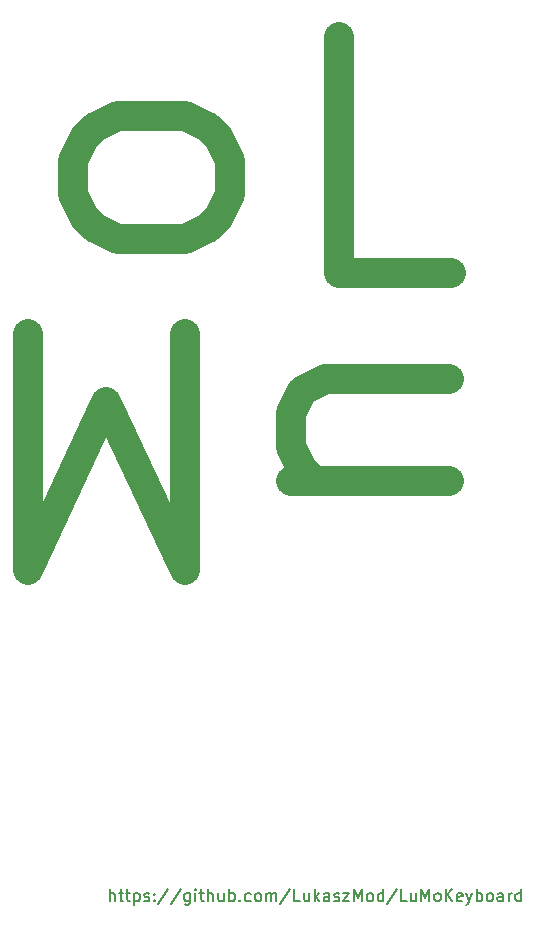
<source format=gbr>
%TF.GenerationSoftware,KiCad,Pcbnew,9.0.2+dfsg-1*%
%TF.CreationDate,2025-11-16T22:45:12+01:00*%
%TF.ProjectId,LuMo_bottom,4c754d6f-5f62-46f7-9474-6f6d2e6b6963,rev?*%
%TF.SameCoordinates,Original*%
%TF.FileFunction,Legend,Top*%
%TF.FilePolarity,Positive*%
%FSLAX46Y46*%
G04 Gerber Fmt 4.6, Leading zero omitted, Abs format (unit mm)*
G04 Created by KiCad (PCBNEW 9.0.2+dfsg-1) date 2025-11-16 22:45:12*
%MOMM*%
%LPD*%
G01*
G04 APERTURE LIST*
%ADD10C,2.500000*%
%ADD11C,0.150000*%
G04 APERTURE END LIST*
D10*
X107222380Y-80736216D02*
X106270000Y-82640978D01*
X106270000Y-82640978D02*
X105317619Y-83593359D01*
X105317619Y-83593359D02*
X103412857Y-84545740D01*
X103412857Y-84545740D02*
X97698571Y-84545740D01*
X97698571Y-84545740D02*
X95793809Y-83593359D01*
X95793809Y-83593359D02*
X94841428Y-82640978D01*
X94841428Y-82640978D02*
X93889047Y-80736216D01*
X93889047Y-80736216D02*
X93889047Y-77879073D01*
X93889047Y-77879073D02*
X94841428Y-75974311D01*
X94841428Y-75974311D02*
X95793809Y-75021930D01*
X95793809Y-75021930D02*
X97698571Y-74069549D01*
X97698571Y-74069549D02*
X103412857Y-74069549D01*
X103412857Y-74069549D02*
X105317619Y-75021930D01*
X105317619Y-75021930D02*
X106270000Y-75974311D01*
X106270000Y-75974311D02*
X107222380Y-77879073D01*
X107222380Y-77879073D02*
X107222380Y-80736216D01*
D11*
X97036779Y-140569819D02*
X97036779Y-139569819D01*
X97465350Y-140569819D02*
X97465350Y-140046009D01*
X97465350Y-140046009D02*
X97417731Y-139950771D01*
X97417731Y-139950771D02*
X97322493Y-139903152D01*
X97322493Y-139903152D02*
X97179636Y-139903152D01*
X97179636Y-139903152D02*
X97084398Y-139950771D01*
X97084398Y-139950771D02*
X97036779Y-139998390D01*
X97798684Y-139903152D02*
X98179636Y-139903152D01*
X97941541Y-139569819D02*
X97941541Y-140426961D01*
X97941541Y-140426961D02*
X97989160Y-140522200D01*
X97989160Y-140522200D02*
X98084398Y-140569819D01*
X98084398Y-140569819D02*
X98179636Y-140569819D01*
X98370113Y-139903152D02*
X98751065Y-139903152D01*
X98512970Y-139569819D02*
X98512970Y-140426961D01*
X98512970Y-140426961D02*
X98560589Y-140522200D01*
X98560589Y-140522200D02*
X98655827Y-140569819D01*
X98655827Y-140569819D02*
X98751065Y-140569819D01*
X99084399Y-139903152D02*
X99084399Y-140903152D01*
X99084399Y-139950771D02*
X99179637Y-139903152D01*
X99179637Y-139903152D02*
X99370113Y-139903152D01*
X99370113Y-139903152D02*
X99465351Y-139950771D01*
X99465351Y-139950771D02*
X99512970Y-139998390D01*
X99512970Y-139998390D02*
X99560589Y-140093628D01*
X99560589Y-140093628D02*
X99560589Y-140379342D01*
X99560589Y-140379342D02*
X99512970Y-140474580D01*
X99512970Y-140474580D02*
X99465351Y-140522200D01*
X99465351Y-140522200D02*
X99370113Y-140569819D01*
X99370113Y-140569819D02*
X99179637Y-140569819D01*
X99179637Y-140569819D02*
X99084399Y-140522200D01*
X99941542Y-140522200D02*
X100036780Y-140569819D01*
X100036780Y-140569819D02*
X100227256Y-140569819D01*
X100227256Y-140569819D02*
X100322494Y-140522200D01*
X100322494Y-140522200D02*
X100370113Y-140426961D01*
X100370113Y-140426961D02*
X100370113Y-140379342D01*
X100370113Y-140379342D02*
X100322494Y-140284104D01*
X100322494Y-140284104D02*
X100227256Y-140236485D01*
X100227256Y-140236485D02*
X100084399Y-140236485D01*
X100084399Y-140236485D02*
X99989161Y-140188866D01*
X99989161Y-140188866D02*
X99941542Y-140093628D01*
X99941542Y-140093628D02*
X99941542Y-140046009D01*
X99941542Y-140046009D02*
X99989161Y-139950771D01*
X99989161Y-139950771D02*
X100084399Y-139903152D01*
X100084399Y-139903152D02*
X100227256Y-139903152D01*
X100227256Y-139903152D02*
X100322494Y-139950771D01*
X100798685Y-140474580D02*
X100846304Y-140522200D01*
X100846304Y-140522200D02*
X100798685Y-140569819D01*
X100798685Y-140569819D02*
X100751066Y-140522200D01*
X100751066Y-140522200D02*
X100798685Y-140474580D01*
X100798685Y-140474580D02*
X100798685Y-140569819D01*
X100798685Y-139950771D02*
X100846304Y-139998390D01*
X100846304Y-139998390D02*
X100798685Y-140046009D01*
X100798685Y-140046009D02*
X100751066Y-139998390D01*
X100751066Y-139998390D02*
X100798685Y-139950771D01*
X100798685Y-139950771D02*
X100798685Y-140046009D01*
X101989160Y-139522200D02*
X101132018Y-140807914D01*
X103036779Y-139522200D02*
X102179637Y-140807914D01*
X103798684Y-139903152D02*
X103798684Y-140712676D01*
X103798684Y-140712676D02*
X103751065Y-140807914D01*
X103751065Y-140807914D02*
X103703446Y-140855533D01*
X103703446Y-140855533D02*
X103608208Y-140903152D01*
X103608208Y-140903152D02*
X103465351Y-140903152D01*
X103465351Y-140903152D02*
X103370113Y-140855533D01*
X103798684Y-140522200D02*
X103703446Y-140569819D01*
X103703446Y-140569819D02*
X103512970Y-140569819D01*
X103512970Y-140569819D02*
X103417732Y-140522200D01*
X103417732Y-140522200D02*
X103370113Y-140474580D01*
X103370113Y-140474580D02*
X103322494Y-140379342D01*
X103322494Y-140379342D02*
X103322494Y-140093628D01*
X103322494Y-140093628D02*
X103370113Y-139998390D01*
X103370113Y-139998390D02*
X103417732Y-139950771D01*
X103417732Y-139950771D02*
X103512970Y-139903152D01*
X103512970Y-139903152D02*
X103703446Y-139903152D01*
X103703446Y-139903152D02*
X103798684Y-139950771D01*
X104274875Y-140569819D02*
X104274875Y-139903152D01*
X104274875Y-139569819D02*
X104227256Y-139617438D01*
X104227256Y-139617438D02*
X104274875Y-139665057D01*
X104274875Y-139665057D02*
X104322494Y-139617438D01*
X104322494Y-139617438D02*
X104274875Y-139569819D01*
X104274875Y-139569819D02*
X104274875Y-139665057D01*
X104608208Y-139903152D02*
X104989160Y-139903152D01*
X104751065Y-139569819D02*
X104751065Y-140426961D01*
X104751065Y-140426961D02*
X104798684Y-140522200D01*
X104798684Y-140522200D02*
X104893922Y-140569819D01*
X104893922Y-140569819D02*
X104989160Y-140569819D01*
X105322494Y-140569819D02*
X105322494Y-139569819D01*
X105751065Y-140569819D02*
X105751065Y-140046009D01*
X105751065Y-140046009D02*
X105703446Y-139950771D01*
X105703446Y-139950771D02*
X105608208Y-139903152D01*
X105608208Y-139903152D02*
X105465351Y-139903152D01*
X105465351Y-139903152D02*
X105370113Y-139950771D01*
X105370113Y-139950771D02*
X105322494Y-139998390D01*
X106655827Y-139903152D02*
X106655827Y-140569819D01*
X106227256Y-139903152D02*
X106227256Y-140426961D01*
X106227256Y-140426961D02*
X106274875Y-140522200D01*
X106274875Y-140522200D02*
X106370113Y-140569819D01*
X106370113Y-140569819D02*
X106512970Y-140569819D01*
X106512970Y-140569819D02*
X106608208Y-140522200D01*
X106608208Y-140522200D02*
X106655827Y-140474580D01*
X107132018Y-140569819D02*
X107132018Y-139569819D01*
X107132018Y-139950771D02*
X107227256Y-139903152D01*
X107227256Y-139903152D02*
X107417732Y-139903152D01*
X107417732Y-139903152D02*
X107512970Y-139950771D01*
X107512970Y-139950771D02*
X107560589Y-139998390D01*
X107560589Y-139998390D02*
X107608208Y-140093628D01*
X107608208Y-140093628D02*
X107608208Y-140379342D01*
X107608208Y-140379342D02*
X107560589Y-140474580D01*
X107560589Y-140474580D02*
X107512970Y-140522200D01*
X107512970Y-140522200D02*
X107417732Y-140569819D01*
X107417732Y-140569819D02*
X107227256Y-140569819D01*
X107227256Y-140569819D02*
X107132018Y-140522200D01*
X108036780Y-140474580D02*
X108084399Y-140522200D01*
X108084399Y-140522200D02*
X108036780Y-140569819D01*
X108036780Y-140569819D02*
X107989161Y-140522200D01*
X107989161Y-140522200D02*
X108036780Y-140474580D01*
X108036780Y-140474580D02*
X108036780Y-140569819D01*
X108941541Y-140522200D02*
X108846303Y-140569819D01*
X108846303Y-140569819D02*
X108655827Y-140569819D01*
X108655827Y-140569819D02*
X108560589Y-140522200D01*
X108560589Y-140522200D02*
X108512970Y-140474580D01*
X108512970Y-140474580D02*
X108465351Y-140379342D01*
X108465351Y-140379342D02*
X108465351Y-140093628D01*
X108465351Y-140093628D02*
X108512970Y-139998390D01*
X108512970Y-139998390D02*
X108560589Y-139950771D01*
X108560589Y-139950771D02*
X108655827Y-139903152D01*
X108655827Y-139903152D02*
X108846303Y-139903152D01*
X108846303Y-139903152D02*
X108941541Y-139950771D01*
X109512970Y-140569819D02*
X109417732Y-140522200D01*
X109417732Y-140522200D02*
X109370113Y-140474580D01*
X109370113Y-140474580D02*
X109322494Y-140379342D01*
X109322494Y-140379342D02*
X109322494Y-140093628D01*
X109322494Y-140093628D02*
X109370113Y-139998390D01*
X109370113Y-139998390D02*
X109417732Y-139950771D01*
X109417732Y-139950771D02*
X109512970Y-139903152D01*
X109512970Y-139903152D02*
X109655827Y-139903152D01*
X109655827Y-139903152D02*
X109751065Y-139950771D01*
X109751065Y-139950771D02*
X109798684Y-139998390D01*
X109798684Y-139998390D02*
X109846303Y-140093628D01*
X109846303Y-140093628D02*
X109846303Y-140379342D01*
X109846303Y-140379342D02*
X109798684Y-140474580D01*
X109798684Y-140474580D02*
X109751065Y-140522200D01*
X109751065Y-140522200D02*
X109655827Y-140569819D01*
X109655827Y-140569819D02*
X109512970Y-140569819D01*
X110274875Y-140569819D02*
X110274875Y-139903152D01*
X110274875Y-139998390D02*
X110322494Y-139950771D01*
X110322494Y-139950771D02*
X110417732Y-139903152D01*
X110417732Y-139903152D02*
X110560589Y-139903152D01*
X110560589Y-139903152D02*
X110655827Y-139950771D01*
X110655827Y-139950771D02*
X110703446Y-140046009D01*
X110703446Y-140046009D02*
X110703446Y-140569819D01*
X110703446Y-140046009D02*
X110751065Y-139950771D01*
X110751065Y-139950771D02*
X110846303Y-139903152D01*
X110846303Y-139903152D02*
X110989160Y-139903152D01*
X110989160Y-139903152D02*
X111084399Y-139950771D01*
X111084399Y-139950771D02*
X111132018Y-140046009D01*
X111132018Y-140046009D02*
X111132018Y-140569819D01*
X112322493Y-139522200D02*
X111465351Y-140807914D01*
X113132017Y-140569819D02*
X112655827Y-140569819D01*
X112655827Y-140569819D02*
X112655827Y-139569819D01*
X113893922Y-139903152D02*
X113893922Y-140569819D01*
X113465351Y-139903152D02*
X113465351Y-140426961D01*
X113465351Y-140426961D02*
X113512970Y-140522200D01*
X113512970Y-140522200D02*
X113608208Y-140569819D01*
X113608208Y-140569819D02*
X113751065Y-140569819D01*
X113751065Y-140569819D02*
X113846303Y-140522200D01*
X113846303Y-140522200D02*
X113893922Y-140474580D01*
X114370113Y-140569819D02*
X114370113Y-139569819D01*
X114465351Y-140188866D02*
X114751065Y-140569819D01*
X114751065Y-139903152D02*
X114370113Y-140284104D01*
X115608208Y-140569819D02*
X115608208Y-140046009D01*
X115608208Y-140046009D02*
X115560589Y-139950771D01*
X115560589Y-139950771D02*
X115465351Y-139903152D01*
X115465351Y-139903152D02*
X115274875Y-139903152D01*
X115274875Y-139903152D02*
X115179637Y-139950771D01*
X115608208Y-140522200D02*
X115512970Y-140569819D01*
X115512970Y-140569819D02*
X115274875Y-140569819D01*
X115274875Y-140569819D02*
X115179637Y-140522200D01*
X115179637Y-140522200D02*
X115132018Y-140426961D01*
X115132018Y-140426961D02*
X115132018Y-140331723D01*
X115132018Y-140331723D02*
X115179637Y-140236485D01*
X115179637Y-140236485D02*
X115274875Y-140188866D01*
X115274875Y-140188866D02*
X115512970Y-140188866D01*
X115512970Y-140188866D02*
X115608208Y-140141247D01*
X116036780Y-140522200D02*
X116132018Y-140569819D01*
X116132018Y-140569819D02*
X116322494Y-140569819D01*
X116322494Y-140569819D02*
X116417732Y-140522200D01*
X116417732Y-140522200D02*
X116465351Y-140426961D01*
X116465351Y-140426961D02*
X116465351Y-140379342D01*
X116465351Y-140379342D02*
X116417732Y-140284104D01*
X116417732Y-140284104D02*
X116322494Y-140236485D01*
X116322494Y-140236485D02*
X116179637Y-140236485D01*
X116179637Y-140236485D02*
X116084399Y-140188866D01*
X116084399Y-140188866D02*
X116036780Y-140093628D01*
X116036780Y-140093628D02*
X116036780Y-140046009D01*
X116036780Y-140046009D02*
X116084399Y-139950771D01*
X116084399Y-139950771D02*
X116179637Y-139903152D01*
X116179637Y-139903152D02*
X116322494Y-139903152D01*
X116322494Y-139903152D02*
X116417732Y-139950771D01*
X116798685Y-139903152D02*
X117322494Y-139903152D01*
X117322494Y-139903152D02*
X116798685Y-140569819D01*
X116798685Y-140569819D02*
X117322494Y-140569819D01*
X117703447Y-140569819D02*
X117703447Y-139569819D01*
X117703447Y-139569819D02*
X118036780Y-140284104D01*
X118036780Y-140284104D02*
X118370113Y-139569819D01*
X118370113Y-139569819D02*
X118370113Y-140569819D01*
X118989161Y-140569819D02*
X118893923Y-140522200D01*
X118893923Y-140522200D02*
X118846304Y-140474580D01*
X118846304Y-140474580D02*
X118798685Y-140379342D01*
X118798685Y-140379342D02*
X118798685Y-140093628D01*
X118798685Y-140093628D02*
X118846304Y-139998390D01*
X118846304Y-139998390D02*
X118893923Y-139950771D01*
X118893923Y-139950771D02*
X118989161Y-139903152D01*
X118989161Y-139903152D02*
X119132018Y-139903152D01*
X119132018Y-139903152D02*
X119227256Y-139950771D01*
X119227256Y-139950771D02*
X119274875Y-139998390D01*
X119274875Y-139998390D02*
X119322494Y-140093628D01*
X119322494Y-140093628D02*
X119322494Y-140379342D01*
X119322494Y-140379342D02*
X119274875Y-140474580D01*
X119274875Y-140474580D02*
X119227256Y-140522200D01*
X119227256Y-140522200D02*
X119132018Y-140569819D01*
X119132018Y-140569819D02*
X118989161Y-140569819D01*
X120179637Y-140569819D02*
X120179637Y-139569819D01*
X120179637Y-140522200D02*
X120084399Y-140569819D01*
X120084399Y-140569819D02*
X119893923Y-140569819D01*
X119893923Y-140569819D02*
X119798685Y-140522200D01*
X119798685Y-140522200D02*
X119751066Y-140474580D01*
X119751066Y-140474580D02*
X119703447Y-140379342D01*
X119703447Y-140379342D02*
X119703447Y-140093628D01*
X119703447Y-140093628D02*
X119751066Y-139998390D01*
X119751066Y-139998390D02*
X119798685Y-139950771D01*
X119798685Y-139950771D02*
X119893923Y-139903152D01*
X119893923Y-139903152D02*
X120084399Y-139903152D01*
X120084399Y-139903152D02*
X120179637Y-139950771D01*
X121370113Y-139522200D02*
X120512971Y-140807914D01*
X122179637Y-140569819D02*
X121703447Y-140569819D01*
X121703447Y-140569819D02*
X121703447Y-139569819D01*
X122941542Y-139903152D02*
X122941542Y-140569819D01*
X122512971Y-139903152D02*
X122512971Y-140426961D01*
X122512971Y-140426961D02*
X122560590Y-140522200D01*
X122560590Y-140522200D02*
X122655828Y-140569819D01*
X122655828Y-140569819D02*
X122798685Y-140569819D01*
X122798685Y-140569819D02*
X122893923Y-140522200D01*
X122893923Y-140522200D02*
X122941542Y-140474580D01*
X123417733Y-140569819D02*
X123417733Y-139569819D01*
X123417733Y-139569819D02*
X123751066Y-140284104D01*
X123751066Y-140284104D02*
X124084399Y-139569819D01*
X124084399Y-139569819D02*
X124084399Y-140569819D01*
X124703447Y-140569819D02*
X124608209Y-140522200D01*
X124608209Y-140522200D02*
X124560590Y-140474580D01*
X124560590Y-140474580D02*
X124512971Y-140379342D01*
X124512971Y-140379342D02*
X124512971Y-140093628D01*
X124512971Y-140093628D02*
X124560590Y-139998390D01*
X124560590Y-139998390D02*
X124608209Y-139950771D01*
X124608209Y-139950771D02*
X124703447Y-139903152D01*
X124703447Y-139903152D02*
X124846304Y-139903152D01*
X124846304Y-139903152D02*
X124941542Y-139950771D01*
X124941542Y-139950771D02*
X124989161Y-139998390D01*
X124989161Y-139998390D02*
X125036780Y-140093628D01*
X125036780Y-140093628D02*
X125036780Y-140379342D01*
X125036780Y-140379342D02*
X124989161Y-140474580D01*
X124989161Y-140474580D02*
X124941542Y-140522200D01*
X124941542Y-140522200D02*
X124846304Y-140569819D01*
X124846304Y-140569819D02*
X124703447Y-140569819D01*
X125465352Y-140569819D02*
X125465352Y-139569819D01*
X126036780Y-140569819D02*
X125608209Y-139998390D01*
X126036780Y-139569819D02*
X125465352Y-140141247D01*
X126846304Y-140522200D02*
X126751066Y-140569819D01*
X126751066Y-140569819D02*
X126560590Y-140569819D01*
X126560590Y-140569819D02*
X126465352Y-140522200D01*
X126465352Y-140522200D02*
X126417733Y-140426961D01*
X126417733Y-140426961D02*
X126417733Y-140046009D01*
X126417733Y-140046009D02*
X126465352Y-139950771D01*
X126465352Y-139950771D02*
X126560590Y-139903152D01*
X126560590Y-139903152D02*
X126751066Y-139903152D01*
X126751066Y-139903152D02*
X126846304Y-139950771D01*
X126846304Y-139950771D02*
X126893923Y-140046009D01*
X126893923Y-140046009D02*
X126893923Y-140141247D01*
X126893923Y-140141247D02*
X126417733Y-140236485D01*
X127227257Y-139903152D02*
X127465352Y-140569819D01*
X127703447Y-139903152D02*
X127465352Y-140569819D01*
X127465352Y-140569819D02*
X127370114Y-140807914D01*
X127370114Y-140807914D02*
X127322495Y-140855533D01*
X127322495Y-140855533D02*
X127227257Y-140903152D01*
X128084400Y-140569819D02*
X128084400Y-139569819D01*
X128084400Y-139950771D02*
X128179638Y-139903152D01*
X128179638Y-139903152D02*
X128370114Y-139903152D01*
X128370114Y-139903152D02*
X128465352Y-139950771D01*
X128465352Y-139950771D02*
X128512971Y-139998390D01*
X128512971Y-139998390D02*
X128560590Y-140093628D01*
X128560590Y-140093628D02*
X128560590Y-140379342D01*
X128560590Y-140379342D02*
X128512971Y-140474580D01*
X128512971Y-140474580D02*
X128465352Y-140522200D01*
X128465352Y-140522200D02*
X128370114Y-140569819D01*
X128370114Y-140569819D02*
X128179638Y-140569819D01*
X128179638Y-140569819D02*
X128084400Y-140522200D01*
X129132019Y-140569819D02*
X129036781Y-140522200D01*
X129036781Y-140522200D02*
X128989162Y-140474580D01*
X128989162Y-140474580D02*
X128941543Y-140379342D01*
X128941543Y-140379342D02*
X128941543Y-140093628D01*
X128941543Y-140093628D02*
X128989162Y-139998390D01*
X128989162Y-139998390D02*
X129036781Y-139950771D01*
X129036781Y-139950771D02*
X129132019Y-139903152D01*
X129132019Y-139903152D02*
X129274876Y-139903152D01*
X129274876Y-139903152D02*
X129370114Y-139950771D01*
X129370114Y-139950771D02*
X129417733Y-139998390D01*
X129417733Y-139998390D02*
X129465352Y-140093628D01*
X129465352Y-140093628D02*
X129465352Y-140379342D01*
X129465352Y-140379342D02*
X129417733Y-140474580D01*
X129417733Y-140474580D02*
X129370114Y-140522200D01*
X129370114Y-140522200D02*
X129274876Y-140569819D01*
X129274876Y-140569819D02*
X129132019Y-140569819D01*
X130322495Y-140569819D02*
X130322495Y-140046009D01*
X130322495Y-140046009D02*
X130274876Y-139950771D01*
X130274876Y-139950771D02*
X130179638Y-139903152D01*
X130179638Y-139903152D02*
X129989162Y-139903152D01*
X129989162Y-139903152D02*
X129893924Y-139950771D01*
X130322495Y-140522200D02*
X130227257Y-140569819D01*
X130227257Y-140569819D02*
X129989162Y-140569819D01*
X129989162Y-140569819D02*
X129893924Y-140522200D01*
X129893924Y-140522200D02*
X129846305Y-140426961D01*
X129846305Y-140426961D02*
X129846305Y-140331723D01*
X129846305Y-140331723D02*
X129893924Y-140236485D01*
X129893924Y-140236485D02*
X129989162Y-140188866D01*
X129989162Y-140188866D02*
X130227257Y-140188866D01*
X130227257Y-140188866D02*
X130322495Y-140141247D01*
X130798686Y-140569819D02*
X130798686Y-139903152D01*
X130798686Y-140093628D02*
X130846305Y-139998390D01*
X130846305Y-139998390D02*
X130893924Y-139950771D01*
X130893924Y-139950771D02*
X130989162Y-139903152D01*
X130989162Y-139903152D02*
X131084400Y-139903152D01*
X131846305Y-140569819D02*
X131846305Y-139569819D01*
X131846305Y-140522200D02*
X131751067Y-140569819D01*
X131751067Y-140569819D02*
X131560591Y-140569819D01*
X131560591Y-140569819D02*
X131465353Y-140522200D01*
X131465353Y-140522200D02*
X131417734Y-140474580D01*
X131417734Y-140474580D02*
X131370115Y-140379342D01*
X131370115Y-140379342D02*
X131370115Y-140093628D01*
X131370115Y-140093628D02*
X131417734Y-139998390D01*
X131417734Y-139998390D02*
X131465353Y-139950771D01*
X131465353Y-139950771D02*
X131560591Y-139903152D01*
X131560591Y-139903152D02*
X131751067Y-139903152D01*
X131751067Y-139903152D02*
X131846305Y-139950771D01*
D10*
X125710952Y-104978069D02*
X112377619Y-104978069D01*
X125710952Y-96406640D02*
X115234761Y-96406640D01*
X115234761Y-96406640D02*
X113330000Y-97359021D01*
X113330000Y-97359021D02*
X112377619Y-99263783D01*
X112377619Y-99263783D02*
X112377619Y-102120926D01*
X112377619Y-102120926D02*
X113330000Y-104025688D01*
X113330000Y-104025688D02*
X114282380Y-104978069D01*
X125930450Y-87422380D02*
X116406640Y-87422380D01*
X116406640Y-87422380D02*
X116406640Y-67422380D01*
X103393359Y-92577619D02*
X103393359Y-112577619D01*
X103393359Y-112577619D02*
X96726692Y-98291904D01*
X96726692Y-98291904D02*
X90060025Y-112577619D01*
X90060025Y-112577619D02*
X90060025Y-92577619D01*
M02*

</source>
